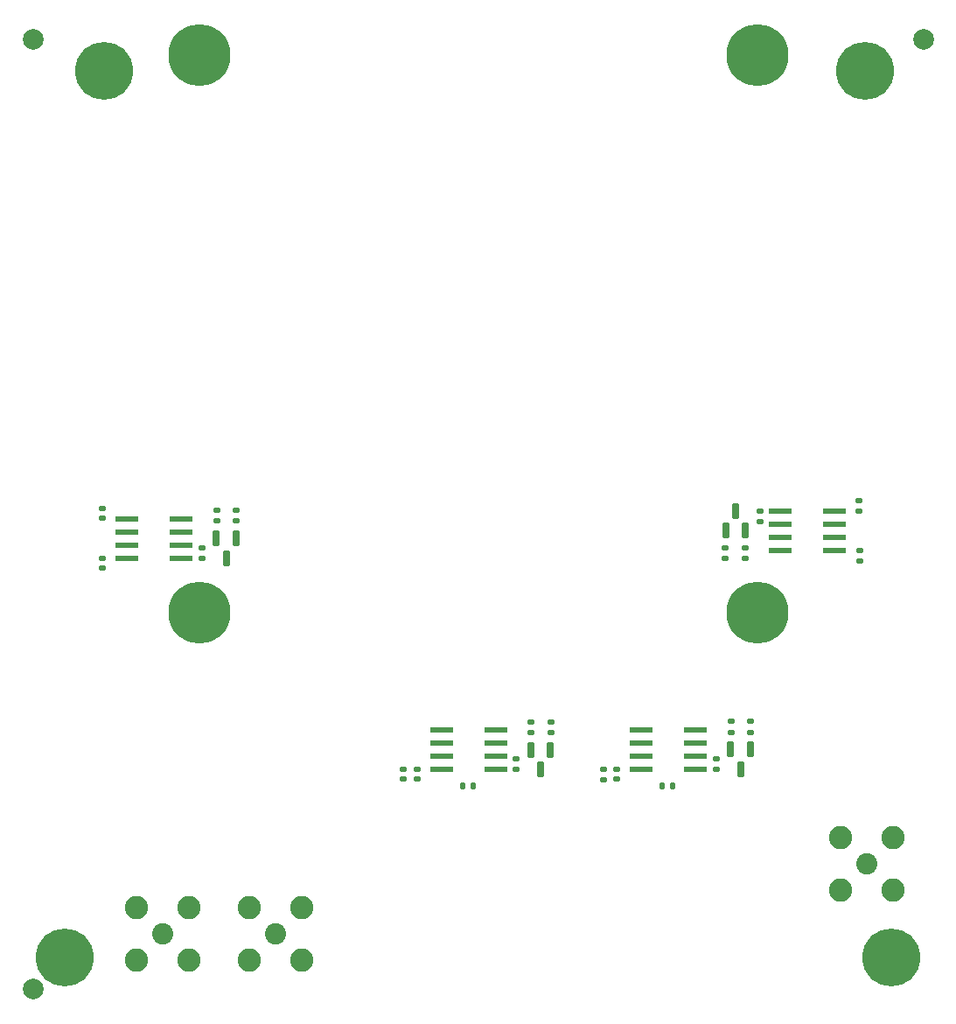
<source format=gbr>
%TF.GenerationSoftware,KiCad,Pcbnew,8.0.4*%
%TF.CreationDate,2024-08-06T11:45:18-05:00*%
%TF.ProjectId,sqrt_of_g_temp,73717274-5f6f-4665-9f67-5f74656d702e,1.0.1*%
%TF.SameCoordinates,Original*%
%TF.FileFunction,Soldermask,Bot*%
%TF.FilePolarity,Negative*%
%FSLAX46Y46*%
G04 Gerber Fmt 4.6, Leading zero omitted, Abs format (unit mm)*
G04 Created by KiCad (PCBNEW 8.0.4) date 2024-08-06 11:45:18*
%MOMM*%
%LPD*%
G01*
G04 APERTURE LIST*
G04 Aperture macros list*
%AMRoundRect*
0 Rectangle with rounded corners*
0 $1 Rounding radius*
0 $2 $3 $4 $5 $6 $7 $8 $9 X,Y pos of 4 corners*
0 Add a 4 corners polygon primitive as box body*
4,1,4,$2,$3,$4,$5,$6,$7,$8,$9,$2,$3,0*
0 Add four circle primitives for the rounded corners*
1,1,$1+$1,$2,$3*
1,1,$1+$1,$4,$5*
1,1,$1+$1,$6,$7*
1,1,$1+$1,$8,$9*
0 Add four rect primitives between the rounded corners*
20,1,$1+$1,$2,$3,$4,$5,0*
20,1,$1+$1,$4,$5,$6,$7,0*
20,1,$1+$1,$6,$7,$8,$9,0*
20,1,$1+$1,$8,$9,$2,$3,0*%
G04 Aperture macros list end*
%ADD10C,6.000000*%
%ADD11C,2.050000*%
%ADD12C,2.250000*%
%ADD13C,5.600000*%
%ADD14RoundRect,0.135000X0.135000X0.185000X-0.135000X0.185000X-0.135000X-0.185000X0.135000X-0.185000X0*%
%ADD15R,2.209800X0.609600*%
%ADD16RoundRect,0.135000X-0.185000X0.135000X-0.185000X-0.135000X0.185000X-0.135000X0.185000X0.135000X0*%
%ADD17RoundRect,0.140000X-0.170000X0.140000X-0.170000X-0.140000X0.170000X-0.140000X0.170000X0.140000X0*%
%ADD18RoundRect,0.135000X0.185000X-0.135000X0.185000X0.135000X-0.185000X0.135000X-0.185000X-0.135000X0*%
%ADD19C,2.000000*%
%ADD20RoundRect,0.063500X-0.279400X-0.660400X0.279400X-0.660400X0.279400X0.660400X-0.279400X0.660400X0*%
%ADD21RoundRect,0.140000X0.170000X-0.140000X0.170000X0.140000X-0.170000X0.140000X-0.170000X-0.140000X0*%
%ADD22RoundRect,0.063500X0.279400X0.660400X-0.279400X0.660400X-0.279400X-0.660400X0.279400X-0.660400X0*%
G04 APERTURE END LIST*
D10*
%TO.C,H3*%
X175230000Y-111508000D03*
%TD*%
%TO.C,H4*%
X121230000Y-111508000D03*
%TD*%
%TO.C,H2*%
X175230000Y-57508000D03*
%TD*%
%TO.C,H1*%
X121230000Y-57508000D03*
%TD*%
D11*
%TO.C,J8*%
X185840000Y-135780000D03*
D12*
X183300000Y-133240000D03*
X183300000Y-138320000D03*
X188380000Y-133240000D03*
X188380000Y-138320000D03*
%TD*%
D13*
%TO.C,H5*%
X112035000Y-59088000D03*
%TD*%
%TO.C,H7*%
X188235000Y-144818000D03*
%TD*%
D11*
%TO.C,J13*%
X117703647Y-142549365D03*
D12*
X115163647Y-145089365D03*
X120243647Y-145089365D03*
X115163647Y-140009365D03*
X120243647Y-140009365D03*
%TD*%
D13*
%TO.C,H8*%
X108225000Y-144818000D03*
%TD*%
D11*
%TO.C,J9*%
X128613835Y-142549365D03*
D12*
X126073835Y-145089365D03*
X131153835Y-145089365D03*
X126073835Y-140009365D03*
X131153835Y-140009365D03*
%TD*%
D13*
%TO.C,H6*%
X185695000Y-59088000D03*
%TD*%
D14*
%TO.C,R11*%
X167040000Y-128230000D03*
X166020000Y-128230000D03*
%TD*%
D15*
%TO.C,Q5*%
X119452400Y-102370000D03*
X119452400Y-103640000D03*
X119452400Y-104910000D03*
X119452400Y-106180000D03*
X114220000Y-106180000D03*
X114220000Y-104910000D03*
X114220000Y-103640000D03*
X114220000Y-102370000D03*
%TD*%
D16*
%TO.C,R10*%
X121466200Y-105165001D03*
X121466200Y-106184999D03*
%TD*%
D17*
%TO.C,C13*%
X142300000Y-126618099D03*
X142300000Y-127578099D03*
%TD*%
D18*
%TO.C,R27*%
X172670000Y-123030001D03*
X172670000Y-122010001D03*
%TD*%
D14*
%TO.C,R6*%
X147719999Y-128230000D03*
X146700001Y-128230000D03*
%TD*%
D18*
%TO.C,R7*%
X175480000Y-102658100D03*
X175480000Y-101638100D03*
%TD*%
D16*
%TO.C,R8*%
X124786200Y-101595001D03*
X124786200Y-102614999D03*
%TD*%
D19*
%TO.C,REF\u002A\u002A*%
X191320000Y-56010000D03*
%TD*%
D17*
%TO.C,C14*%
X140960000Y-126630000D03*
X140960000Y-127590000D03*
%TD*%
D15*
%TO.C,Q2*%
X177493800Y-105453100D03*
X177493800Y-104183100D03*
X177493800Y-102913100D03*
X177493800Y-101643100D03*
X182726200Y-101643100D03*
X182726200Y-102913100D03*
X182726200Y-104183100D03*
X182726200Y-105453100D03*
%TD*%
D16*
%TO.C,R26*%
X174570000Y-122010000D03*
X174570000Y-123030000D03*
%TD*%
D18*
%TO.C,R24*%
X153330000Y-123038101D03*
X153330000Y-122018101D03*
%TD*%
%TO.C,R9*%
X122886200Y-102615000D03*
X122886200Y-101595002D03*
%TD*%
D16*
%TO.C,R28*%
X171250000Y-125580000D03*
X171250000Y-126600000D03*
%TD*%
D15*
%TO.C,Q9*%
X169236200Y-122785000D03*
X169236200Y-124055000D03*
X169236200Y-125325000D03*
X169236200Y-126595000D03*
X164003800Y-126595000D03*
X164003800Y-125325000D03*
X164003800Y-124055000D03*
X164003800Y-122785000D03*
%TD*%
D20*
%TO.C,Q6*%
X153317500Y-124724801D03*
X155222500Y-124724801D03*
X154270000Y-126604401D03*
%TD*%
D19*
%TO.C,REF\u002A\u002A*%
X105150000Y-56010000D03*
%TD*%
D16*
%TO.C,R25*%
X151910000Y-125588100D03*
X151910000Y-126608100D03*
%TD*%
D17*
%TO.C,C5*%
X111856200Y-106194999D03*
X111856200Y-107154999D03*
%TD*%
D21*
%TO.C,C6*%
X111816200Y-102335000D03*
X111816200Y-101375000D03*
%TD*%
D17*
%TO.C,C4*%
X185130000Y-105488100D03*
X185130000Y-106448100D03*
%TD*%
D22*
%TO.C,Q1*%
X174072500Y-103521399D03*
X172167500Y-103521399D03*
X173120000Y-101641799D03*
%TD*%
D19*
%TO.C,REF\u002A\u002A*%
X105135000Y-147902000D03*
%TD*%
D16*
%TO.C,R5*%
X174060000Y-105208098D03*
X174060000Y-106228098D03*
%TD*%
D21*
%TO.C,C3*%
X185090000Y-101628102D03*
X185090000Y-100668102D03*
%TD*%
D17*
%TO.C,C15*%
X161640000Y-126609999D03*
X161640000Y-127569999D03*
%TD*%
D20*
%TO.C,Q8*%
X172657500Y-124716701D03*
X174562500Y-124716701D03*
X173610000Y-126596301D03*
%TD*%
D18*
%TO.C,R4*%
X172160000Y-106228099D03*
X172160000Y-105208099D03*
%TD*%
D20*
%TO.C,Q4*%
X122873700Y-104301701D03*
X124778700Y-104301701D03*
X123826200Y-106181301D03*
%TD*%
D17*
%TO.C,C16*%
X160360000Y-126640000D03*
X160360000Y-127600000D03*
%TD*%
D16*
%TO.C,R23*%
X155230000Y-122018100D03*
X155230000Y-123038100D03*
%TD*%
D15*
%TO.C,Q7*%
X149896200Y-122793100D03*
X149896200Y-124063100D03*
X149896200Y-125333100D03*
X149896200Y-126603100D03*
X144663800Y-126603100D03*
X144663800Y-125333100D03*
X144663800Y-124063100D03*
X144663800Y-122793100D03*
%TD*%
M02*

</source>
